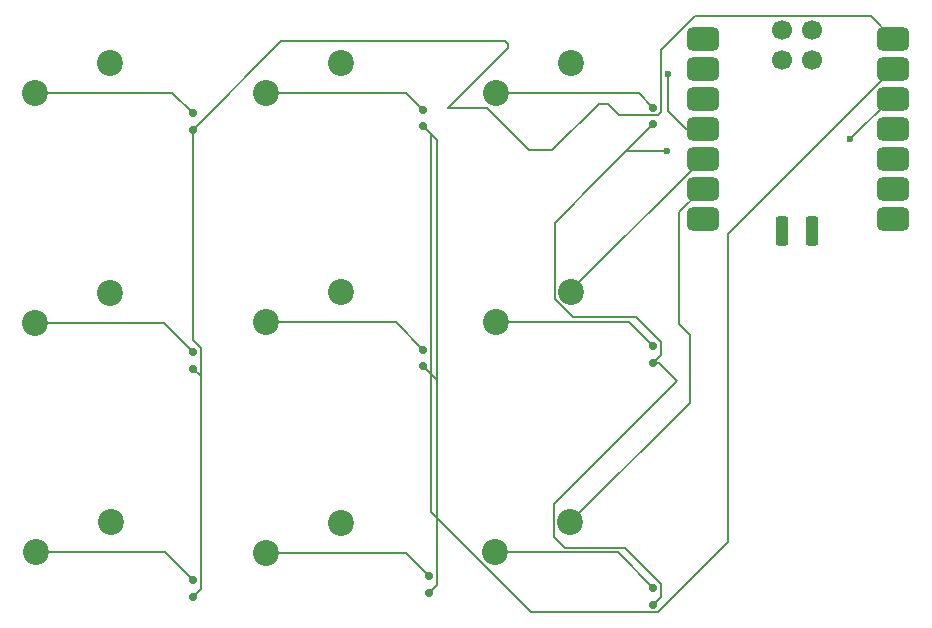
<source format=gbr>
%TF.GenerationSoftware,KiCad,Pcbnew,8.0.6*%
%TF.CreationDate,2024-10-28T02:11:40-04:00*%
%TF.ProjectId,macropad_schematic,6d616372-6f70-4616-945f-736368656d61,rev?*%
%TF.SameCoordinates,Original*%
%TF.FileFunction,Copper,L2,Bot*%
%TF.FilePolarity,Positive*%
%FSLAX46Y46*%
G04 Gerber Fmt 4.6, Leading zero omitted, Abs format (unit mm)*
G04 Created by KiCad (PCBNEW 8.0.6) date 2024-10-28 02:11:40*
%MOMM*%
%LPD*%
G01*
G04 APERTURE LIST*
G04 Aperture macros list*
%AMRoundRect*
0 Rectangle with rounded corners*
0 $1 Rounding radius*
0 $2 $3 $4 $5 $6 $7 $8 $9 X,Y pos of 4 corners*
0 Add a 4 corners polygon primitive as box body*
4,1,4,$2,$3,$4,$5,$6,$7,$8,$9,$2,$3,0*
0 Add four circle primitives for the rounded corners*
1,1,$1+$1,$2,$3*
1,1,$1+$1,$4,$5*
1,1,$1+$1,$6,$7*
1,1,$1+$1,$8,$9*
0 Add four rect primitives between the rounded corners*
20,1,$1+$1,$2,$3,$4,$5,0*
20,1,$1+$1,$4,$5,$6,$7,0*
20,1,$1+$1,$6,$7,$8,$9,0*
20,1,$1+$1,$8,$9,$2,$3,0*%
G04 Aperture macros list end*
%TA.AperFunction,ComponentPad*%
%ADD10C,2.200000*%
%TD*%
%TA.AperFunction,SMDPad,CuDef*%
%ADD11RoundRect,0.150000X-0.200000X0.150000X-0.200000X-0.150000X0.200000X-0.150000X0.200000X0.150000X0*%
%TD*%
%TA.AperFunction,SMDPad,CuDef*%
%ADD12RoundRect,0.500000X0.875000X0.500000X-0.875000X0.500000X-0.875000X-0.500000X0.875000X-0.500000X0*%
%TD*%
%TA.AperFunction,SMDPad,CuDef*%
%ADD13RoundRect,0.275000X-0.275000X0.975000X-0.275000X-0.975000X0.275000X-0.975000X0.275000X0.975000X0*%
%TD*%
%TA.AperFunction,SMDPad,CuDef*%
%ADD14C,1.700000*%
%TD*%
%TA.AperFunction,ViaPad*%
%ADD15C,0.600000*%
%TD*%
%TA.AperFunction,Conductor*%
%ADD16C,0.200000*%
%TD*%
G04 APERTURE END LIST*
D10*
%TO.P,SW6,1,1*%
%TO.N,Column 2*%
X115850000Y-106500000D03*
%TO.P,SW6,2,2*%
%TO.N,Net-(D6-A)*%
X109500000Y-109040000D03*
%TD*%
%TO.P,SW5,1,1*%
%TO.N,Column 1*%
X115850000Y-86960000D03*
%TO.P,SW5,2,2*%
%TO.N,Net-(D5-A)*%
X109500000Y-89500000D03*
%TD*%
%TO.P,SW8,1,1*%
%TO.N,Column 1*%
X135390000Y-86920000D03*
%TO.P,SW8,2,2*%
%TO.N,Net-(D8-A)*%
X129040000Y-89460000D03*
%TD*%
%TO.P,SW1,1,1*%
%TO.N,Column 0*%
X96350000Y-67500000D03*
%TO.P,SW1,2,2*%
%TO.N,Net-(D1-A)*%
X90000000Y-70040000D03*
%TD*%
%TO.P,SW2,1,1*%
%TO.N,Column 1*%
X96350000Y-87000000D03*
%TO.P,SW2,2,2*%
%TO.N,Net-(D2-A)*%
X90000000Y-89540000D03*
%TD*%
%TO.P,SW3,1,1*%
%TO.N,Column 2*%
X96390000Y-106420000D03*
%TO.P,SW3,2,2*%
%TO.N,Net-(D3-A)*%
X90040000Y-108960000D03*
%TD*%
%TO.P,SW4,1,1*%
%TO.N,Column 0*%
X115850000Y-67500000D03*
%TO.P,SW4,2,2*%
%TO.N,Net-(D4-A)*%
X109500000Y-70040000D03*
%TD*%
%TO.P,SW9,1,1*%
%TO.N,Column 2*%
X135310000Y-106420000D03*
%TO.P,SW9,2,2*%
%TO.N,Net-(D9-A)*%
X128960000Y-108960000D03*
%TD*%
%TO.P,SW7,1,1*%
%TO.N,Column 0*%
X135350000Y-67500000D03*
%TO.P,SW7,2,2*%
%TO.N,Net-(D7-A)*%
X129000000Y-70040000D03*
%TD*%
D11*
%TO.P,D8,1,K*%
%TO.N,Row 2*%
X142350000Y-92900000D03*
%TO.P,D8,2,A*%
%TO.N,Net-(D8-A)*%
X142350000Y-91500000D03*
%TD*%
D12*
%TO.P,U1,1,PA02_A0_D0*%
%TO.N,Row 0*%
X162665000Y-65460000D03*
%TO.P,U1,2,PA4_A1_D1*%
%TO.N,Row 1*%
X162665000Y-68000000D03*
%TO.P,U1,3,PA10_A2_D2*%
%TO.N,Row 2*%
X162665000Y-70540000D03*
%TO.P,U1,4,PA11_A3_D3*%
%TO.N,Row 3*%
X162665000Y-73080000D03*
%TO.P,U1,5,PA8_A4_D4_SDA*%
%TO.N,unconnected-(U1-PA8_A4_D4_SDA-Pad5)*%
X162665000Y-75620000D03*
%TO.P,U1,6,PA9_A5_D5_SCL*%
%TO.N,unconnected-(U1-PA9_A5_D5_SCL-Pad6)*%
X162665000Y-78160000D03*
%TO.P,U1,7,PB08_A6_D6_TX*%
%TO.N,RES_OUTPUT_A*%
X162665000Y-80700000D03*
%TO.P,U1,8,PB09_A7_D7_RX*%
%TO.N,RES_OUTPUT_B*%
X146500000Y-80700000D03*
%TO.P,U1,9,PA7_A8_D8_SCK*%
%TO.N,Column 2*%
X146500000Y-78160000D03*
%TO.P,U1,10,PA5_A9_D9_MISO*%
%TO.N,Column 1*%
X146500000Y-75620000D03*
%TO.P,U1,11,PA6_A10_D10_MOSI*%
%TO.N,Column 0*%
X146500000Y-73080000D03*
%TO.P,U1,12,3V3*%
%TO.N,unconnected-(U1-3V3-Pad12)*%
X146500000Y-70540000D03*
%TO.P,U1,13,GND*%
%TO.N,GND*%
X146500000Y-68000000D03*
%TO.P,U1,14,5V*%
%TO.N,unconnected-(U1-5V-Pad14)*%
X146500000Y-65460000D03*
D13*
%TO.P,U1,15,5V*%
%TO.N,unconnected-(U1-5V-Pad15)*%
X155753000Y-81720000D03*
%TO.P,U1,16,GND*%
%TO.N,unconnected-(U1-GND-Pad16)*%
X153213000Y-81720000D03*
D14*
%TO.P,U1,17,PA31_SWDIO*%
%TO.N,unconnected-(U1-PA31_SWDIO-Pad17)*%
X155753000Y-64702000D03*
%TO.P,U1,18,PA30_SWCLK*%
%TO.N,unconnected-(U1-PA30_SWCLK-Pad18)*%
X153213000Y-64702000D03*
%TO.P,U1,19,RESET*%
%TO.N,unconnected-(U1-RESET-Pad19)*%
X155753000Y-67242000D03*
%TO.P,U1,20,GND*%
%TO.N,unconnected-(U1-GND-Pad20)*%
X153213000Y-67242000D03*
%TD*%
D11*
%TO.P,D4,1,K*%
%TO.N,Row 1*%
X122850000Y-72900000D03*
%TO.P,D4,2,A*%
%TO.N,Net-(D4-A)*%
X122850000Y-71500000D03*
%TD*%
%TO.P,D2,1,K*%
%TO.N,Row 0*%
X103350000Y-93400000D03*
%TO.P,D2,2,A*%
%TO.N,Net-(D2-A)*%
X103350000Y-92000000D03*
%TD*%
%TO.P,D5,1,K*%
%TO.N,Row 1*%
X122850000Y-93200000D03*
%TO.P,D5,2,A*%
%TO.N,Net-(D5-A)*%
X122850000Y-91800000D03*
%TD*%
%TO.P,D6,1,K*%
%TO.N,Row 1*%
X123350000Y-112400000D03*
%TO.P,D6,2,A*%
%TO.N,Net-(D6-A)*%
X123350000Y-111000000D03*
%TD*%
%TO.P,D9,1,K*%
%TO.N,Row 2*%
X142350000Y-113400000D03*
%TO.P,D9,2,A*%
%TO.N,Net-(D9-A)*%
X142350000Y-112000000D03*
%TD*%
%TO.P,D3,1,K*%
%TO.N,Row 0*%
X103350000Y-112700000D03*
%TO.P,D3,2,A*%
%TO.N,Net-(D3-A)*%
X103350000Y-111300000D03*
%TD*%
%TO.P,D1,1,K*%
%TO.N,Row 0*%
X103350000Y-73200000D03*
%TO.P,D1,2,A*%
%TO.N,Net-(D1-A)*%
X103350000Y-71800000D03*
%TD*%
%TO.P,D7,1,K*%
%TO.N,Row 2*%
X142350000Y-72700000D03*
%TO.P,D7,2,A*%
%TO.N,Net-(D7-A)*%
X142350000Y-71300000D03*
%TD*%
D15*
%TO.N,Row 2*%
X159000000Y-74000000D03*
X143500000Y-75000000D03*
%TO.N,Column 0*%
X143600000Y-68500000D03*
%TD*%
D16*
%TO.N,Row 0*%
X110850000Y-65700000D02*
X103350000Y-73200000D01*
X139400000Y-71900000D02*
X138473299Y-70973299D01*
X133783402Y-74930000D02*
X131777056Y-74930000D01*
X137740103Y-70973299D02*
X133783402Y-74930000D01*
X103350000Y-91009448D02*
X104000000Y-91659448D01*
X130050000Y-66265686D02*
X130050000Y-65934314D01*
X104000000Y-112050000D02*
X103350000Y-112700000D01*
X104000000Y-94050000D02*
X104000000Y-112050000D01*
X160757000Y-63552000D02*
X145894358Y-63552000D01*
X130050000Y-65934314D02*
X129815686Y-65700000D01*
X124935686Y-71380000D02*
X130050000Y-66265686D01*
X143000000Y-66446358D02*
X143000000Y-71640552D01*
X131777056Y-74930000D02*
X128227056Y-71380000D01*
X103350000Y-93400000D02*
X104000000Y-94050000D01*
X162665000Y-65460000D02*
X160757000Y-63552000D01*
X128227056Y-71380000D02*
X124935686Y-71380000D01*
X142740552Y-71900000D02*
X139400000Y-71900000D01*
X138473299Y-70973299D02*
X137740103Y-70973299D01*
X104000000Y-91659448D02*
X104000000Y-112050000D01*
X145894358Y-63552000D02*
X143000000Y-66446358D01*
X129815686Y-65700000D02*
X110850000Y-65700000D01*
X143000000Y-71640552D02*
X142740552Y-71900000D01*
X103350000Y-73200000D02*
X103350000Y-91009448D01*
%TO.N,Net-(D1-A)*%
X101590000Y-70040000D02*
X90000000Y-70040000D01*
X103350000Y-71800000D02*
X101590000Y-70040000D01*
%TO.N,Net-(D2-A)*%
X100890000Y-89540000D02*
X90000000Y-89540000D01*
X103350000Y-92000000D02*
X100890000Y-89540000D01*
%TO.N,Net-(D3-A)*%
X101010000Y-108960000D02*
X90040000Y-108960000D01*
X103350000Y-111300000D02*
X101010000Y-108960000D01*
%TO.N,Row 1*%
X122850000Y-93200000D02*
X124000000Y-94350000D01*
X162665000Y-68000000D02*
X148665000Y-82000000D01*
X142740552Y-114000000D02*
X131946598Y-114000000D01*
X122850000Y-72900000D02*
X124000000Y-74050000D01*
X124000000Y-94350000D02*
X124000000Y-111750000D01*
X123500000Y-105553402D02*
X123500000Y-73550000D01*
X148665000Y-82000000D02*
X148665000Y-108075552D01*
X124000000Y-74050000D02*
X124000000Y-111750000D01*
X124000000Y-111750000D02*
X123350000Y-112400000D01*
X123500000Y-73550000D02*
X122850000Y-72900000D01*
X148665000Y-108075552D02*
X142740552Y-114000000D01*
X131946598Y-114000000D02*
X123500000Y-105553402D01*
%TO.N,Net-(D4-A)*%
X122850000Y-71500000D02*
X121390000Y-70040000D01*
X121390000Y-70040000D02*
X109500000Y-70040000D01*
%TO.N,Net-(D5-A)*%
X120550000Y-89500000D02*
X109500000Y-89500000D01*
X122850000Y-91800000D02*
X120550000Y-89500000D01*
%TO.N,Net-(D6-A)*%
X121390000Y-109040000D02*
X109500000Y-109040000D01*
X123350000Y-111000000D02*
X121390000Y-109040000D01*
%TO.N,Net-(D7-A)*%
X142350000Y-71300000D02*
X141090000Y-70040000D01*
X141090000Y-70040000D02*
X129000000Y-70040000D01*
%TO.N,Row 2*%
X144350000Y-94429314D02*
X142820686Y-92900000D01*
X139900552Y-108560000D02*
X134850000Y-108560000D01*
X143000000Y-92250000D02*
X142350000Y-92900000D01*
X142350000Y-72700000D02*
X138025000Y-77025000D01*
X133990000Y-81060000D02*
X133990000Y-87499899D01*
X140900552Y-89060000D02*
X143000000Y-91159448D01*
X140050000Y-75000000D02*
X143500000Y-75000000D01*
X134850000Y-108560000D02*
X133910000Y-107620000D01*
X159000000Y-74000000D02*
X162460000Y-70540000D01*
X133910000Y-104869314D02*
X144350000Y-94429314D01*
X135550101Y-89060000D02*
X140900552Y-89060000D01*
X142820686Y-92900000D02*
X142350000Y-92900000D01*
X133990000Y-87499899D02*
X135550101Y-89060000D01*
X162460000Y-70540000D02*
X162665000Y-70540000D01*
X138025000Y-77025000D02*
X140050000Y-75000000D01*
X142350000Y-113400000D02*
X143000000Y-112750000D01*
X133910000Y-107620000D02*
X133910000Y-104869314D01*
X143000000Y-91159448D02*
X143000000Y-92250000D01*
X143000000Y-112750000D02*
X143000000Y-111659448D01*
X138025000Y-77025000D02*
X133990000Y-81060000D01*
X143000000Y-111659448D02*
X139900552Y-108560000D01*
%TO.N,Net-(D8-A)*%
X142350000Y-91500000D02*
X140310000Y-89460000D01*
X140310000Y-89460000D02*
X129040000Y-89460000D01*
%TO.N,Net-(D9-A)*%
X142350000Y-112000000D02*
X139310000Y-108960000D01*
X139310000Y-108960000D02*
X128960000Y-108960000D01*
%TO.N,Column 0*%
X145125000Y-73080000D02*
X143600000Y-71555000D01*
X146500000Y-73080000D02*
X145125000Y-73080000D01*
X143600000Y-71555000D02*
X143600000Y-68500000D01*
%TO.N,Column 1*%
X135390000Y-86756358D02*
X135390000Y-86920000D01*
X146500000Y-75646358D02*
X135390000Y-86756358D01*
X146500000Y-75620000D02*
X146500000Y-75646358D01*
%TO.N,Column 2*%
X146500000Y-78160000D02*
X146500000Y-78186358D01*
X144500514Y-89649486D02*
X145400000Y-90548972D01*
X145400000Y-90548972D02*
X145400000Y-96330000D01*
X146500000Y-78186358D02*
X144500514Y-80185844D01*
X144500514Y-80185844D02*
X144500514Y-89649486D01*
X145400000Y-96330000D02*
X135310000Y-106420000D01*
%TD*%
M02*

</source>
